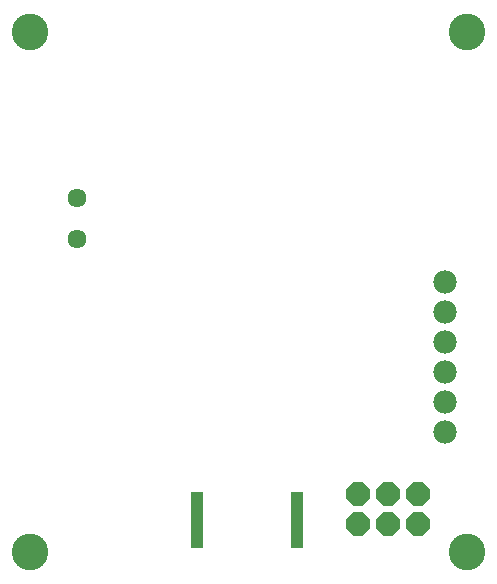
<source format=gbs>
G75*
G70*
%OFA0B0*%
%FSLAX24Y24*%
%IPPOS*%
%LPD*%
%AMOC8*
5,1,8,0,0,1.08239X$1,22.5*
%
%ADD10C,0.1221*%
%ADD11OC8,0.0780*%
%ADD12C,0.0780*%
%ADD13R,0.0434X0.1910*%
%ADD14C,0.0634*%
D10*
X006468Y004927D03*
X006468Y022250D03*
X021035Y022250D03*
X021035Y004927D03*
D11*
X019387Y005846D03*
X018387Y005846D03*
X017387Y005846D03*
X017387Y006846D03*
X018387Y006846D03*
X019387Y006846D03*
D12*
X020287Y008915D03*
X020287Y009915D03*
X020287Y010915D03*
X020287Y011915D03*
X020287Y012915D03*
X020287Y013915D03*
D13*
X015360Y005991D03*
X012014Y005991D03*
D14*
X008026Y015357D03*
X008026Y016735D03*
M02*

</source>
